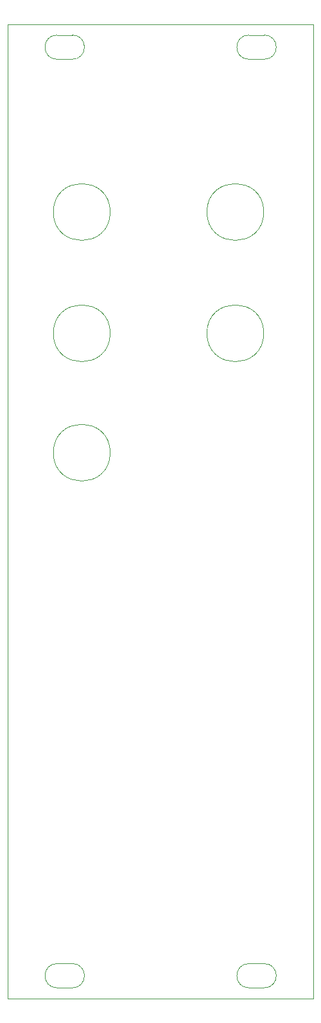
<source format=gbr>
G04 #@! TF.GenerationSoftware,KiCad,Pcbnew,(5.1.5-0)*
G04 #@! TF.CreationDate,2021-01-20T00:07:58-08:00*
G04 #@! TF.ProjectId,doof,646f6f66-2e6b-4696-9361-645f70636258,rev?*
G04 #@! TF.SameCoordinates,Original*
G04 #@! TF.FileFunction,Profile,NP*
%FSLAX46Y46*%
G04 Gerber Fmt 4.6, Leading zero omitted, Abs format (unit mm)*
G04 Created by KiCad (PCBNEW (5.1.5-0)) date 2021-01-20 00:07:58*
%MOMM*%
%LPD*%
G04 APERTURE LIST*
%ADD10C,0.050000*%
G04 APERTURE END LIST*
D10*
X13500000Y-56500000D02*
G75*
G03X13500000Y-56500000I-3750000J0D01*
G01*
X13500000Y-40750000D02*
G75*
G03X13500000Y-40750000I-3750000J0D01*
G01*
X33750000Y-40750000D02*
G75*
G03X33750000Y-40750000I-3750000J0D01*
G01*
X13500000Y-24750000D02*
G75*
G03X13500000Y-24750000I-3750000J0D01*
G01*
X33750000Y-24750000D02*
G75*
G03X33750000Y-24750000I-3750000J0D01*
G01*
X8500000Y-123900000D02*
G75*
G02X8500000Y-127100000I0J-1600000D01*
G01*
X6500000Y-123900000D02*
X8500000Y-123900000D01*
X6500000Y-127100000D02*
G75*
G02X6500000Y-123900000I0J1600000D01*
G01*
X6500000Y-127100000D02*
X8500000Y-127100000D01*
X8500000Y-1400000D02*
G75*
G02X8500000Y-4600000I0J-1600000D01*
G01*
X6500000Y-1400000D02*
X8500000Y-1400000D01*
X6500000Y-4600000D02*
G75*
G02X6500000Y-1400000I0J1600000D01*
G01*
X6500000Y-4600000D02*
X8500000Y-4600000D01*
X33800000Y-123900000D02*
G75*
G02X33800000Y-127100000I0J-1600000D01*
G01*
X31800000Y-123900000D02*
X33800000Y-123900000D01*
X31800000Y-127100000D02*
G75*
G02X31800000Y-123900000I0J1600000D01*
G01*
X31800000Y-127100000D02*
X33800000Y-127100000D01*
X31800000Y-1400000D02*
X33800000Y-1400000D01*
X31800000Y-4600000D02*
X33800000Y-4600000D01*
X31800000Y-4600000D02*
G75*
G02X31800000Y-1400000I0J1600000D01*
G01*
X33800000Y-1400000D02*
G75*
G02X33800000Y-4600000I0J-1600000D01*
G01*
X0Y-128500000D02*
X0Y0D01*
X40300000Y-128500000D02*
X0Y-128500000D01*
X40300000Y0D02*
X40300000Y-128500000D01*
X0Y0D02*
X40300000Y0D01*
M02*

</source>
